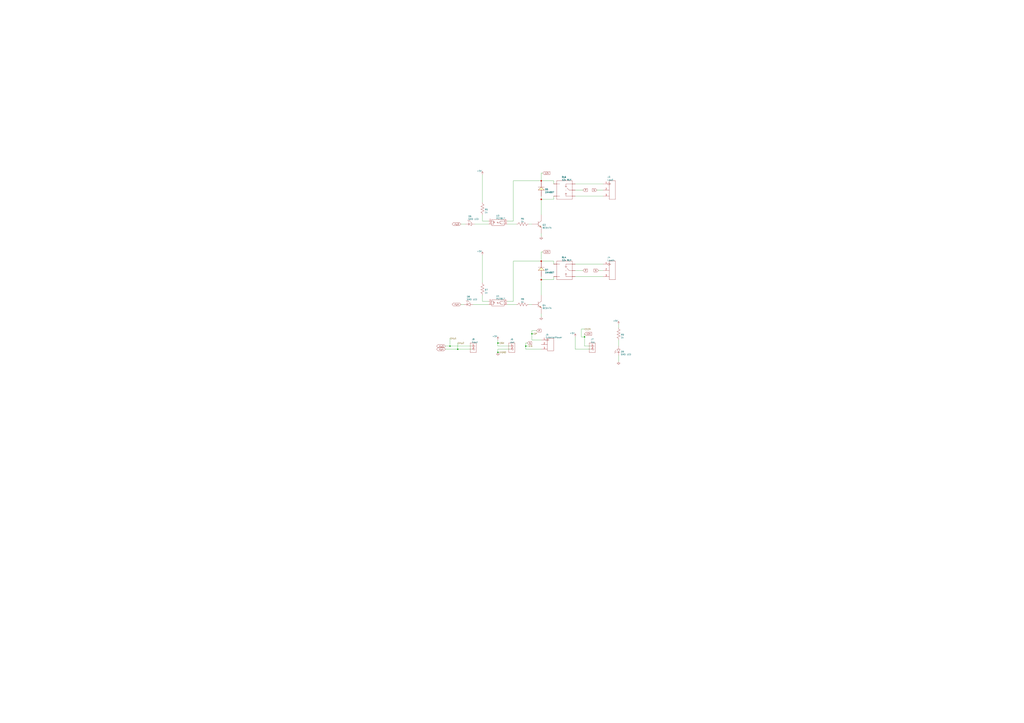
<source format=kicad_sch>
(kicad_sch (version 20211123) (generator eeschema)
  (paper "A1")
  (lib_symbols
    (symbol "D_76E59184_2" (pin_numbers hide) (pin_names (offset 2) hide)
      (property "Reference" "D8" (at -0.242 6.35 0))
      (property "Value" "D_76E59184_2" (at -0.242 4.064 0))
      (symbol "D_76E59184_2_0_1"
        (polyline (pts (xy 0 -1.27) (xy 0 0)))
        (polyline (pts (xy 0 0) (xy 0 1.27)))
        (polyline (pts (xy 0 0) (xy 2.54 1.27)))
        (polyline (pts (xy 0.508 1.778) (xy -0.762 3.302)))
        (polyline (pts (xy 1.778 2.032) (xy 0.254 3.302)))
        (polyline (pts (xy 2.54 -1.27) (xy 0 0)))
        (polyline (pts (xy 2.54 -1.27) (xy 2.54 1.27)))
      )
      (symbol "D_76E59184_2_1_1"
        (pin passive line (at 5.08 0 180) (length 2.54) (name "ANODE") (number "1"))
        (pin passive line (at -2.54 0 0) (length 2.54) (name "CATHODE") (number "2"))
      )
    )
    (symbol "D_76E59184_3" (pin_numbers hide) (pin_names (offset 2) hide)
      (property "Reference" "D6" (at -0.242 6.35 0))
      (property "Value" "D_76E59184_3" (at -0.242 4.064 0))
      (symbol "D_76E59184_3_0_1"
        (polyline (pts (xy 0 -1.27) (xy 0 0)))
        (polyline (pts (xy 0 0) (xy 0 1.27)))
        (polyline (pts (xy 0 0) (xy 2.54 1.27)))
        (polyline (pts (xy 0.508 1.778) (xy -0.762 3.302)))
        (polyline (pts (xy 1.778 2.032) (xy 0.254 3.302)))
        (polyline (pts (xy 2.54 -1.27) (xy 0 0)))
        (polyline (pts (xy 2.54 -1.27) (xy 2.54 1.27)))
      )
      (symbol "D_76E59184_3_1_1"
        (pin passive line (at 5.08 0 180) (length 2.54) (name "ANODE") (number "1"))
        (pin passive line (at -2.54 0 0) (length 2.54) (name "CATHODE") (number "2"))
      )
    )
    (symbol "relay_module:D_75B997E" (pin_numbers hide) (pin_names (offset 2) hide)
      (property "Reference" "D" (at 0 0 0))
      (symbol "D_75B997E_0_1"
        (polyline (pts (xy -2.54 2.54) (xy 2.54 2.54)))
        (polyline (pts (xy 2.54 0) (xy 0 2.54) (xy -2.54 0) (xy 2.54 0)) (fill (type background)))
      )
      (symbol "D_75B997E_1_1"
        (pin passive line (at 0 -5.08 90) (length 5.08) (name "A") (number "1"))
        (pin passive line (at 0 7.62 270) (length 5.08) (name "K") (number "2"))
      )
    )
    (symbol "relay_module:D_D3778CEB" (pin_numbers hide) (pin_names (offset 2) hide)
      (property "Reference" "D9" (at 1.778 0.508 0))
      (property "Value" "SMD LED" (at 1.778 -1.778 0))
      (symbol "D_D3778CEB_0_1"
        (polyline (pts (xy -2.032 1.778) (xy -3.302 0.254)))
        (polyline (pts (xy -1.778 0.508) (xy -3.302 -0.762)))
        (polyline (pts (xy 0 0) (xy -1.27 0)))
        (polyline (pts (xy 0 0) (xy -1.27 2.54)))
        (polyline (pts (xy 1.27 0) (xy 0 0)))
        (polyline (pts (xy 1.27 2.54) (xy -1.27 2.54)))
        (polyline (pts (xy 1.27 2.54) (xy 0 0)))
      )
      (symbol "D_D3778CEB_1_1"
        (pin passive line (at 0 5.08 270) (length 2.54) (name "ANODE") (number "1"))
        (pin passive line (at 0 -2.54 90) (length 2.54) (name "CATHODE") (number "2"))
      )
    )
    (symbol "relay_module:J_2AC2988" (pin_names (offset 2) hide)
      (property "Reference" "J" (at 0 0 0))
      (symbol "J_2AC2988_0_1"
        (polyline (pts (xy -2.54 -3.81) (xy -2.54 6.35)))
        (polyline (pts (xy -2.54 6.35) (xy 2.54 6.35)))
        (polyline (pts (xy 2.54 -3.81) (xy -2.54 -3.81)))
        (polyline (pts (xy 2.54 6.35) (xy 2.54 -3.81)))
      )
      (symbol "J_2AC2988_1_1"
        (pin passive inverted_clock (at -7.62 5.08 0) (length 5.08) (name "P$1") (number "1"))
        (pin passive line (at -7.62 1.27 0) (length 5.08) (name "P$2") (number "2"))
        (pin passive line (at -7.62 -2.54 0) (length 5.08) (name "P$3") (number "3"))
      )
    )
    (symbol "relay_module:J_A2A38F8B" (pin_names (offset 2) hide)
      (property "Reference" "J" (at 0 0 0))
      (symbol "J_A2A38F8B_0_1"
        (polyline (pts (xy -1.27 -5.08) (xy -1.27 2.54)))
        (polyline (pts (xy -1.27 2.54) (xy 3.81 2.54)))
        (polyline (pts (xy 3.81 -5.08) (xy -1.27 -5.08)))
        (polyline (pts (xy 3.81 2.54) (xy 3.81 -5.08)))
      )
      (symbol "J_A2A38F8B_1_1"
        (pin passive inverted (at 0 0 0) (length 2.54) (name "1") (number "1"))
        (pin passive inverted (at 0 -2.54 0) (length 2.54) (name "2") (number "2"))
      )
    )
    (symbol "relay_module:J_D9C252F0" (pin_names (offset 2) hide)
      (property "Reference" "J" (at 0 0 0))
      (symbol "J_D9C252F0_0_1"
        (polyline (pts (xy -2.54 -7.62) (xy -2.54 7.62)))
        (polyline (pts (xy -2.54 7.62) (xy 2.54 7.62)))
        (polyline (pts (xy 2.54 -7.62) (xy 0 -7.62) (xy -2.54 -7.62)))
        (polyline (pts (xy 2.54 7.62) (xy 2.54 0) (xy 2.54 -7.62)))
      )
      (symbol "J_D9C252F0_1_1"
        (pin passive inverted_clock (at -7.62 5.08 0) (length 5.08) (name "P$1") (number "1"))
        (pin passive line (at -7.62 0 0) (length 5.08) (name "P$2") (number "2"))
        (pin passive line (at -7.62 -5.08 0) (length 5.08) (name "P$3") (number "3"))
      )
    )
    (symbol "relay_module:Powerflag_$GND1" (power) (pin_names (offset 0)) (in_bom no)
      (property "Value" "relay_module:Powerflag_$GND1" (at 0 0 0))
      (symbol "Powerflag_$GND1_0_1"
        (polyline (pts (xy 0 0) (xy 0 -1.27) (xy 1.27 -1.27) (xy 0 -2.54) (xy -1.27 -1.27) (xy 0 -1.27)))
      )
      (symbol "Powerflag_$GND1_1_1"
        (pin power_in line (at 0 0 0) (length 0) hide (name "GND") (number "1"))
      )
    )
    (symbol "relay_module:Powerflag_$Vplus" (power) (pin_names (offset 0)) (in_bom no)
      (property "Value" "relay_module:Powerflag_$Vplus" (at 0 0 0))
      (symbol "Powerflag_$Vplus_0_1"
        (polyline (pts (xy -0.762 1.27) (xy 0 2.54)))
        (polyline (pts (xy 0 0) (xy 0 2.54)))
        (polyline (pts (xy 0 2.54) (xy 0.762 1.27)))
      )
      (symbol "Powerflag_$Vplus_1_1"
        (pin power_in line (at 0 0 0) (length 0) hide (name "+5V") (number "1"))
      )
    )
    (symbol "relay_module:Q_3D852B8D" (pin_numbers hide) (pin_names (offset 2) hide)
      (property "Reference" "Q" (at 0 0 0))
      (symbol "Q_3D852B8D_0_1"
        (polyline (pts (xy 0 -0.762) (xy 2.54 -2.54)))
        (polyline (pts (xy 0 2.286) (xy 0 -2.286)))
        (polyline (pts (xy 2.54 2.54) (xy 0 0.762)))
        (polyline (pts (xy 2.54 -2.54) (xy 1.778 -1.27) (xy 1.016 -2.286) (xy 2.54 -2.54)) (fill (type background)))
      )
      (symbol "Q_3D852B8D_1_1"
        (pin passive line (at 2.54 7.62 270) (length 5.08) (name "C") (number "1"))
        (pin passive line (at -5.08 0 0) (length 5.08) (name "B") (number "2"))
        (pin passive line (at 2.54 -7.62 90) (length 5.08) (name "E") (number "3"))
      )
    )
    (symbol "relay_module:RL_D5267E3D" (pin_numbers hide) (pin_names (offset 2) hide)
      (property "Reference" "RL" (at 0 0 0))
      (symbol "RL_D5267E3D_0_1"
        (arc (start 0 0) (mid 0 0) (end 0 0))
        (arc (start 0 0) (mid 0 0) (end 0 0))
        (arc (start 0 0) (mid 0 0) (end 0 0))
        (arc (start 0 0) (mid 0 0) (end 0 0))
        (arc (start 0 0) (mid 0 0) (end 0 0))
        (arc (start 0 0) (mid 0 0) (end 0 0))
        (arc (start 0 0) (mid 0 0) (end 0 0))
        (polyline (pts (xy -7.62 -7.62) (xy -7.62 -5.08)))
        (polyline (pts (xy -7.62 -5.08) (xy -7.62 5.08)))
        (polyline (pts (xy -7.62 -5.08) (xy -5.08 -5.08)))
        (polyline (pts (xy -7.62 5.08) (xy -7.62 7.62)))
        (polyline (pts (xy -7.62 5.08) (xy -5.08 5.08)))
        (polyline (pts (xy -7.62 7.62) (xy 5.08 7.62)))
        (polyline (pts (xy 0 -5.08) (xy 0 -2.54)))
        (polyline (pts (xy 0 -2.54) (xy -0.762 -3.302)))
        (polyline (pts (xy 0 -2.54) (xy 0.762 -3.302)))
        (polyline (pts (xy 0 2.54) (xy -0.762 3.302)))
        (polyline (pts (xy 0 2.54) (xy 0.762 3.302)))
        (polyline (pts (xy 0 5.08) (xy 0 2.54)))
        (polyline (pts (xy 2.54 0) (xy 0.762 1.778)))
        (polyline (pts (xy 5.08 -7.62) (xy -7.62 -7.62)))
        (polyline (pts (xy 5.08 -5.08) (xy 0 -5.08)))
        (polyline (pts (xy 5.08 -5.08) (xy 5.08 -7.62)))
        (polyline (pts (xy 5.08 0) (xy 2.54 0)))
        (polyline (pts (xy 5.08 0) (xy 5.08 -5.08)))
        (polyline (pts (xy 5.08 5.08) (xy 0 5.08)))
        (polyline (pts (xy 5.08 5.08) (xy 5.08 0)))
        (polyline (pts (xy 5.08 7.62) (xy 5.08 5.08)))
      )
      (symbol "RL_D5267E3D_1_1"
        (pin passive line (at 7.62 0 180) (length 2.54) (name "MAIN") (number "1"))
        (pin passive line (at -10.16 5.08 0) (length 2.54) (name "COIL2") (number "2"))
        (pin passive line (at 7.62 -5.08 180) (length 2.54) (name "NO") (number "3"))
        (pin passive line (at 7.62 5.08 180) (length 2.54) (name "NC") (number "4"))
        (pin passive line (at -10.16 -5.08 0) (length 2.54) (name "COIL1") (number "5"))
      )
    )
    (symbol "relay_module:R_849B0671" (pin_numbers hide) (pin_names (offset 2) hide)
      (property "Reference" "R" (at 0 0 0))
      (symbol "R_849B0671_0_1"
        (polyline (pts (xy -3.81 0) (xy -3.048 1.27)))
        (polyline (pts (xy -3.048 1.27) (xy -1.778 -1.27)))
        (polyline (pts (xy -1.778 -1.27) (xy -0.508 1.27)))
        (polyline (pts (xy -0.508 1.27) (xy 0.508 -1.27)))
        (polyline (pts (xy 0.508 -1.27) (xy 1.778 1.27)))
        (polyline (pts (xy 1.778 1.27) (xy 3.048 -1.27)))
        (polyline (pts (xy 3.048 -1.27) (xy 3.81 0)))
      )
      (symbol "R_849B0671_1_1"
        (pin passive line (at 5.08 0 180) (length 1.27) (name "1") (number "1"))
        (pin passive line (at -5.08 0 0) (length 1.27) (name "2") (number "2"))
      )
    )
    (symbol "relay_module:R_FDB70EB8" (pin_numbers hide) (pin_names (offset 2) hide)
      (property "Reference" "R" (at 0 0 0))
      (symbol "R_FDB70EB8_0_1"
        (polyline (pts (xy -1.27 -3.048) (xy 0 -3.81)))
        (polyline (pts (xy -1.27 -0.508) (xy 1.27 -1.778)))
        (polyline (pts (xy -1.27 1.778) (xy 1.27 0.508)))
        (polyline (pts (xy 0 3.81) (xy 1.27 3.048)))
        (polyline (pts (xy 1.27 -1.778) (xy -1.27 -3.048)))
        (polyline (pts (xy 1.27 0.508) (xy -1.27 -0.508)))
        (polyline (pts (xy 1.27 3.048) (xy -1.27 1.778)))
      )
      (symbol "R_FDB70EB8_1_1"
        (pin passive line (at 0 -5.08 90) (length 1.27) (name "1") (number "1"))
        (pin passive line (at 0 5.08 270) (length 1.27) (name "2") (number "2"))
      )
    )
    (symbol "relay_module:U_5AC68605" (pin_names (offset 2) hide)
      (property "Reference" "U" (at 0 0 0))
      (symbol "U_5AC68605_0_1"
        (rectangle (start -5.08 3.81) (end 5.08 -1.27))
        (polyline (pts (xy -3.81 1.27) (xy -2.794 1.27) (xy -2.794 1.27)))
        (polyline (pts (xy -0.762 1.778) (xy 0.254 1.27) (xy 0.254 1.27)))
        (polyline (pts (xy 0.254 0.762) (xy 0 0.762) (xy 0 0.762)))
        (polyline (pts (xy 0.254 1.27) (xy 0 1.27) (xy 0 1.27)))
        (polyline (pts (xy 0.254 1.27) (xy 0.254 1.524) (xy 0.254 1.524)))
        (polyline (pts (xy 1.524 2.032) (xy 1.524 0.508) (xy 1.524 0.508)))
        (polyline (pts (xy 2.286 0.254) (xy 2.032 0.254) (xy 2.032 0.254)))
        (polyline (pts (xy 2.286 0.254) (xy 2.286 0.508) (xy 2.286 0.508)))
        (polyline (pts (xy -3.302 1.27) (xy -3.302 0) (xy -4.572 0) (xy -4.572 0)))
        (polyline (pts (xy -3.302 1.778) (xy -3.302 2.54) (xy -4.572 2.54) (xy -4.572 2.54)))
        (polyline (pts (xy -0.762 1.27) (xy 0.254 0.762) (xy 0.254 1.016) (xy 0.254 1.016)))
        (polyline (pts (xy 1.524 1.016) (xy 2.54 0) (xy 4.318 0) (xy 4.318 0)))
        (polyline (pts (xy 1.524 1.524) (xy 2.286 2.54) (xy 4.318 2.54) (xy 4.318 2.54)))
        (polyline (pts (xy -3.302 1.27) (xy -3.556 1.778) (xy -2.794 1.778) (xy -3.302 1.27) (xy -3.302 1.27)))
      )
      (symbol "U_5AC68605_1_1"
        (pin passive line (at -7.62 2.54 0) (length 2.54) (name "1") (number "1"))
        (pin passive line (at -7.62 0 0) (length 2.54) (name "2") (number "2"))
        (pin passive line (at 7.62 0 180) (length 2.54) (name "3") (number "3"))
        (pin passive line (at 7.62 2.54 180) (length 2.54) (name "4") (number "4"))
      )
    )
  )
  (junction (at 444.5 163.83) (diameter 1.016) (color 204 0 0 1))
  (junction (at 408.94 281.94))
  (junction (at 408.94 289.56))
  (junction (at 436.88 274.32))
  (junction (at 444.5 229.87) (diameter 1.016) (color 204 0 0 1))
  (junction (at 480.06 276.86))
  (junction (at 444.5 148.59) (diameter 1.016) (color 204 0 0 1))
  (junction (at 369.57 284.48))
  (junction (at 444.5 214.63) (diameter 1.016) (color 204 0 0 1))
  (junction (at 375.92 287.02))
  (junction (at 431.8 284.48))
  (wire (pts (xy 444.5 257.81) (xy 444.5 260.35)) (stroke (width 0) (color 0 136 0 1)))
  (wire (pts (xy 396.24 247.65) (xy 401.32 247.65)) (stroke (width 0) (color 0 136 0 1)))
  (wire (pts (xy 436.88 250.19) (xy 434.34 250.19)) (stroke (width 0) (color 0 136 0 1)))
  (wire (pts (xy 474.98 156.21) (xy 478.79 156.21)))
  (wire (pts (xy 365.76 284.48) (xy 369.57 284.48)))
  (wire (pts (xy 477.52 270.51) (xy 477.52 276.86)))
  (wire (pts (xy 444.5 143.51) (xy 444.5 148.59)) (stroke (width 0) (color 0 136 0 1)))
  (wire (pts (xy 454.66 227.33) (xy 454.66 229.87)) (stroke (width 0) (color 0 136 0 1)))
  (wire (pts (xy 421.64 214.63) (xy 444.5 214.63)) (stroke (width 0) (color 0 136 0 1)))
  (wire (pts (xy 431.8 287.02) (xy 444.5 287.02)) (stroke (width 0) (color 0 136 0 1)))
  (wire (pts (xy 444.5 163.83) (xy 444.5 176.53)) (stroke (width 0) (color 0 136 0 1)))
  (wire (pts (xy 408.94 281.94) (xy 410.21 281.94)))
  (wire (pts (xy 474.98 156.21) (xy 472.44 156.21)) (stroke (width 0) (color 0 136 0 1)))
  (wire (pts (xy 419.1 284.48) (xy 408.94 284.48)) (stroke (width 0) (color 0 136 0 1)))
  (wire (pts (xy 431.8 284.48) (xy 431.8 287.02)) (stroke (width 0) (color 0 136 0 1)))
  (wire (pts (xy 444.5 148.59) (xy 454.66 148.59)) (stroke (width 0) (color 0 136 0 1)))
  (wire (pts (xy 445.77 207.01) (xy 444.5 207.01)))
  (wire (pts (xy 472.44 227.33) (xy 495.3 227.33)) (stroke (width 0) (color 0 136 0 1)))
  (wire (pts (xy 396.24 143.51) (xy 396.24 166.37)) (stroke (width 0) (color 0 136 0 1)))
  (wire (pts (xy 474.98 222.25) (xy 472.44 222.25)) (stroke (width 0) (color 0 136 0 1)))
  (wire (pts (xy 369.57 284.48) (xy 387.35 284.48)))
  (wire (pts (xy 454.66 214.63) (xy 454.66 217.17)) (stroke (width 0) (color 0 136 0 1)))
  (wire (pts (xy 444.5 191.77) (xy 444.5 194.31)) (stroke (width 0) (color 0 136 0 1)))
  (wire (pts (xy 454.66 163.83) (xy 444.5 163.83)) (stroke (width 0) (color 0 136 0 1)))
  (wire (pts (xy 431.8 281.94) (xy 431.8 284.48)) (stroke (width 0) (color 0 136 0 1)))
  (wire (pts (xy 431.8 284.48) (xy 434.34 284.48)))
  (wire (pts (xy 431.8 281.94) (xy 433.07 281.94)))
  (wire (pts (xy 490.22 156.21) (xy 492.76 156.21)))
  (wire (pts (xy 445.77 142.24) (xy 444.5 142.24)))
  (wire (pts (xy 444.5 161.29) (xy 444.5 163.83)) (stroke (width 0) (color 0 136 0 1)))
  (wire (pts (xy 421.64 181.61) (xy 421.64 148.59)) (stroke (width 0) (color 0 136 0 1)))
  (wire (pts (xy 472.44 161.29) (xy 495.3 161.29)) (stroke (width 0) (color 0 136 0 1)))
  (wire (pts (xy 508 292.1) (xy 508 297.18)) (stroke (width 0) (color 0 136 0 1)))
  (wire (pts (xy 477.52 276.86) (xy 480.06 276.86)))
  (wire (pts (xy 436.88 274.32) (xy 438.15 274.32)))
  (wire (pts (xy 454.66 148.59) (xy 454.66 151.13)) (stroke (width 0) (color 0 136 0 1)))
  (wire (pts (xy 396.24 176.53) (xy 396.24 181.61)) (stroke (width 0) (color 0 136 0 1)))
  (wire (pts (xy 365.76 287.02) (xy 375.92 287.02)))
  (wire (pts (xy 444.5 209.55) (xy 444.5 214.63)) (stroke (width 0) (color 0 136 0 1)))
  (wire (pts (xy 408.94 281.94) (xy 408.94 279.4)) (stroke (width 0) (color 0 136 0 1)))
  (wire (pts (xy 436.88 271.78) (xy 440.69 271.78)))
  (wire (pts (xy 454.66 161.29) (xy 454.66 163.83)) (stroke (width 0) (color 0 136 0 1)))
  (wire (pts (xy 396.24 181.61) (xy 401.32 181.61)) (stroke (width 0) (color 0 136 0 1)))
  (wire (pts (xy 508 279.4) (xy 508 284.48)) (stroke (width 0) (color 0 136 0 1)))
  (wire (pts (xy 474.98 222.25) (xy 478.79 222.25)))
  (wire (pts (xy 444.5 214.63) (xy 454.66 214.63)) (stroke (width 0) (color 0 136 0 1)))
  (wire (pts (xy 492.76 222.25) (xy 495.3 222.25)) (stroke (width 0) (color 0 136 0 1)))
  (wire (pts (xy 444.5 229.87) (xy 444.5 242.57)) (stroke (width 0) (color 0 136 0 1)))
  (wire (pts (xy 492.76 156.21) (xy 495.3 156.21)) (stroke (width 0) (color 0 136 0 1)))
  (wire (pts (xy 444.5 142.24) (xy 444.5 143.51)))
  (wire (pts (xy 454.66 229.87) (xy 444.5 229.87)) (stroke (width 0) (color 0 136 0 1)))
  (wire (pts (xy 472.44 217.17) (xy 495.3 217.17)) (stroke (width 0) (color 0 136 0 1)))
  (wire (pts (xy 472.44 276.86) (xy 472.44 287.02)) (stroke (width 0) (color 0 136 0 1)))
  (wire (pts (xy 408.94 287.02) (xy 408.94 289.56)) (stroke (width 0) (color 0 136 0 1)))
  (wire (pts (xy 444.5 207.01) (xy 444.5 209.55)))
  (wire (pts (xy 472.44 287.02) (xy 485.14 287.02)) (stroke (width 0) (color 0 136 0 1)))
  (wire (pts (xy 480.06 284.48) (xy 485.14 284.48)) (stroke (width 0) (color 0 136 0 1)))
  (wire (pts (xy 480.06 274.32) (xy 480.06 276.86)))
  (wire (pts (xy 375.92 287.02) (xy 387.35 287.02)))
  (wire (pts (xy 436.88 274.32) (xy 436.88 279.4)) (stroke (width 0) (color 0 136 0 1)))
  (wire (pts (xy 381 250.19) (xy 378.46 250.19)) (stroke (width 0) (color 0 136 0 1)))
  (wire (pts (xy 508 266.7) (xy 508 269.24)) (stroke (width 0) (color 0 136 0 1)))
  (wire (pts (xy 421.64 247.65) (xy 421.64 214.63)) (stroke (width 0) (color 0 136 0 1)))
  (wire (pts (xy 408.94 287.02) (xy 419.1 287.02)) (stroke (width 0) (color 0 136 0 1)))
  (wire (pts (xy 491.49 222.25) (xy 492.76 222.25)))
  (wire (pts (xy 444.5 227.33) (xy 444.5 229.87)) (stroke (width 0) (color 0 136 0 1)))
  (wire (pts (xy 389.89 184.15) (xy 401.32 184.15)) (stroke (width 0) (color 0 136 0 1)))
  (wire (pts (xy 408.94 284.48) (xy 408.94 281.94)) (stroke (width 0) (color 0 136 0 1)))
  (wire (pts (xy 436.88 279.4) (xy 444.5 279.4)))
  (wire (pts (xy 416.56 250.19) (xy 424.18 250.19)) (stroke (width 0) (color 0 136 0 1)))
  (wire (pts (xy 416.56 184.15) (xy 424.18 184.15)) (stroke (width 0) (color 0 136 0 1)))
  (wire (pts (xy 416.56 247.65) (xy 421.64 247.65)) (stroke (width 0) (color 0 136 0 1)))
  (wire (pts (xy 421.64 148.59) (xy 444.5 148.59)) (stroke (width 0) (color 0 136 0 1)))
  (wire (pts (xy 375.92 281.94) (xy 375.92 287.02)))
  (wire (pts (xy 388.62 250.19) (xy 401.32 250.19)) (stroke (width 0) (color 0 136 0 1)))
  (wire (pts (xy 436.88 184.15) (xy 434.34 184.15)) (stroke (width 0) (color 0 136 0 1)))
  (wire (pts (xy 408.94 289.56) (xy 410.21 289.56)))
  (wire (pts (xy 396.24 209.55) (xy 396.24 232.41)) (stroke (width 0) (color 0 136 0 1)))
  (wire (pts (xy 416.56 181.61) (xy 421.64 181.61)) (stroke (width 0) (color 0 136 0 1)))
  (wire (pts (xy 480.06 276.86) (xy 480.06 284.48)) (stroke (width 0) (color 0 136 0 1)))
  (wire (pts (xy 472.44 151.13) (xy 495.3 151.13)) (stroke (width 0) (color 0 136 0 1)))
  (wire (pts (xy 480.06 270.51) (xy 477.52 270.51)))
  (wire (pts (xy 382.27 184.15) (xy 378.46 184.15)) (stroke (width 0) (color 0 136 0 1)))
  (wire (pts (xy 436.88 271.78) (xy 436.88 274.32)) (stroke (width 0) (color 0 136 0 1)))
  (wire (pts (xy 396.24 242.57) (xy 396.24 247.65)) (stroke (width 0) (color 0 136 0 1)))
  (wire (pts (xy 369.57 278.13) (xy 369.57 284.48)))
  (text "#24: Info: symbol for R5 (rotation:90) exits as R_FDB70EB8" (at -200 116 0) (effects (font (size 2 2)) (justify left bottom)))
  (text "#3: Info: symbol for J5 (rotation:0) is new as J_2AC2988" (at -200 32 0) (effects (font (size 2 2)) (justify left bottom)))
  (text "#33: Info: symbol for U4 (rotation:0) exits as U_5AC68605" (at -200 152 0) (effects (font (size 2 2)) (justify left bottom)))
  (text "#39: Info: symbol for R9 (rotation:90) exits as R_FDB70EB8" (at -200 176 0) (effects (font (size 2 2)) (justify left bottom)))
  (text "#21: Info: symbol for RL6 (rotation:0) exits as RL_D5267E3D" (at -200 104 0) (effects (font (size 2 2)) (justify left bottom)))
  (text "#19: Info: symbol for R4 (rotation:180) exits as R_849B0671" (at -200 96 0) (effects (font (size 2 2)) (justify left bottom)))
  (text "#17: Info: symbol for U2 (rotation:0) exits as U_5AC68605" (at -200 88 0) (effects (font (size 2 2)) (justify left bottom)))
  (text "#30: Info: symbol for Q4 (rotation:0) exits as Q_3D852B8D" (at -200 140 0) (effects (font (size 2 2)) (justify left bottom)))
  (text "#12: Info: symbol for J1 (rotation:0) is new as J_D9C252F0" (at -200 68 0) (effects (font (size 2 2)) (justify left bottom)))
  (text "#14: Info: symbol for Q2 (rotation:0) exits as Q_3D852B8D" (at -200 76 0) (effects (font (size 2 2)) (justify left bottom)))
  (text "#4: Info: symbol for J7 (rotation:0) is new as J_A2A38F8B" (at -200 36 0) (effects (font (size 2 2)) (justify left bottom)))
  (text "#6: Info: symbol for Q1 (rotation:0) is new as Q_3D852B8D" (at -200 44 0) (effects (font (size 2 2)) (justify left bottom)))
  (text "#32: Info: symbol for R7 (rotation:90) exits as R_FDB70EB8" (at -200 148 0) (effects (font (size 2 2)) (justify left bottom)))
  (text "#9: Info: symbol for U1 (rotation:0) is new as U_5AC68605" (at -200 56 0) (effects (font (size 2 2)) (justify left bottom)))
  (text "#16: Info: symbol for R3 (rotation:90) exits as R_FDB70EB8" (at -200 84 0) (effects (font (size 2 2)) (justify left bottom)))
  (text "#15: Info: symbol for D3 (rotation:90) exits as D_75B997E" (at -200 80 0) (effects (font (size 2 2)) (justify left bottom)))
  (text "#10: Info: symbol for D2 (rotation:270) is new as D_76E59184" (at -200 60 0) (effects (font (size 2 2)) (justify left bottom)))
  (text "#8: Info: symbol for R1 (rotation:90) is new as R_FDB70EB8" (at -200 52 0) (effects (font (size 2 2)) (justify left bottom)))
  (text "#36: Info: symbol for J4 (rotation:0) exits as J_D9C252F0" (at -200 164 0) (effects (font (size 2 2)) (justify left bottom)))
  (text "#29: Info: symbol for RL4 (rotation:0) exits as RL_D5267E3D" (at -200 136 0) (effects (font (size 2 2)) (justify left bottom)))
  (text "#27: Info: symbol for R6 (rotation:180) exits as R_849B0671" (at -200 128 0) (effects (font (size 2 2)) (justify left bottom)))
  (text "#22: Info: symbol for Q3 (rotation:0) exits as Q_3D852B8D" (at -200 108 0) (effects (font (size 2 2)) (justify left bottom)))
  (text "#7: Info: symbol for D1 (rotation:90) is new as D_75B997E" (at -200 48 0) (effects (font (size 2 2)) (justify left bottom)))
  (text "#1: Info: below are the conversion remarks. The conversion may contain errors.\nPlease read the remarks carefully and run the ERC check to solve issues.\nTo find a component mentioned in the remarks go to:\nKicad menu Edit > Find and enter the EDA_id (gge....); search for hidden fields.\nOnly the id of the symbol can be found; the id of the shape is in the input json." (at -200 24 0) (effects (font (size 2 2)) (justify left bottom)))
  (text "#23: Info: symbol for D5 (rotation:90) exits as D_75B997E" (at -200 112 0) (effects (font (size 2 2)) (justify left bottom)))
  (text "#34: Info: symbol for D8 (rotation:270) exits as D_76E59184" (at -200 156 0) (effects (font (size 2 2)) (justify left bottom)))
  (text "#25: Info: symbol for U3 (rotation:0) exits as U_5AC68605" (at -200 120 0) (effects (font (size 2 2)) (justify left bottom)))
  (text "#20: Info: symbol for J2 (rotation:0) exits as J_D9C252F0" (at -200 100 0) (effects (font (size 2 2)) (justify left bottom)))
  (text "#38: Info: symbol for D9 (rotation:0) is new as D_D3778CEB" (at -200 172 0) (effects (font (size 2 2)) (justify left bottom)))
  (text "#13: Info: symbol for RL2 (rotation:0) exits as RL_D5267E3D" (at -200 72 0) (effects (font (size 2 2)) (justify left bottom)))
  (text "#37: Info: symbol for J6 (rotation:0) exits as J_A2A38F8B" (at -200 168 0) (effects (font (size 2 2)) (justify left bottom)))
  (text "#18: Info: symbol for D4 (rotation:270) exits as D_76E59184" (at -200 92 0) (effects (font (size 2 2)) (justify left bottom)))
  (text "#31: Info: symbol for D7 (rotation:90) exits as D_75B997E" (at -200 144 0) (effects (font (size 2 2)) (justify left bottom)))
  (text "#26: Info: symbol for D6 (rotation:270) exits as D_76E59184" (at -200 124 0) (effects (font (size 2 2)) (justify left bottom)))
  (text "#2: Info: symbol for J8 (rotation:0) is new as J_9C4C274" (at -200 28 0) (effects (font (size 2 2)) (justify left bottom)))
  (text "#35: Info: symbol for R8 (rotation:180) exits as R_849B0671" (at -200 160 0) (effects (font (size 2 2)) (justify left bottom)))
  (text "#28: Info: symbol for J3 (rotation:0) exits as J_D9C252F0" (at -200 132 0) (effects (font (size 2 2)) (justify left bottom)))
  (text "#11: Info: symbol for R2 (rotation:180) is new as R_849B0671" (at -200 64 0) (effects (font (size 2 2)) (justify left bottom)))
  (text "#5: Info: symbol for RL1 (rotation:0) is new as RL_D5267E3D" (at -200 40 0) (effects (font (size 2 2)) (justify left bottom)))
  (global_label "P" (shape input) (at 478.79 156.21 0) (property "Intersheet References" "${INTERSHEET_REFS}" (effects hide)))
  (global_label "rly4" (shape bidirectional) (at 365.76 287.02 180) (property "Intersheet References" "${INTERSHEET_REFS}" (effects hide)))
  (global_label "N" (shape input) (at 433.07 281.94 0) (property "Intersheet References" "${INTERSHEET_REFS}" (effects hide)))
  (global_label "rly4" (shape bidirectional) (at 378.46 250.19 180) (property "Intersheet References" "${INTERSHEET_REFS}" (effects hide)))
  (global_label "P" (shape input) (at 478.79 222.25 0) (property "Intersheet References" "${INTERSHEET_REFS}" (effects hide)))
  (global_label "12V" (shape input) (at 480.06 274.32 0) (property "Intersheet References" "${INTERSHEET_REFS}" (effects hide)))
  (global_label "P" (shape input) (at 440.69 271.78 0) (property "Intersheet References" "${INTERSHEET_REFS}" (effects hide)))
  (global_label "12V" (shape input) (at 445.77 207.01 0) (property "Intersheet References" "${INTERSHEET_REFS}" (effects hide)))
  (global_label "N" (shape input) (at 491.49 222.25 180) (property "Intersheet References" "${INTERSHEET_REFS}" (effects hide)))
  (global_label "rly3" (shape bidirectional) (at 378.46 184.15 180) (property "Intersheet References" "${INTERSHEET_REFS}" (effects hide)))
  (global_label "12V" (shape input) (at 445.77 142.24 0) (property "Intersheet References" "${INTERSHEET_REFS}" (effects hide)))
  (global_label "rly3" (shape bidirectional) (at 365.76 284.48 180) (property "Intersheet References" "${INTERSHEET_REFS}" (effects hide)))
  (global_label "N" (shape input) (at 490.22 156.21 180) (property "Intersheet References" "${INTERSHEET_REFS}" (effects hide)))
  (hierarchical_label "P" (shape input) (at 438.15 274.32 0))
  (hierarchical_label "rly2" (shape input) (at 375.92 281.94 0))
  (hierarchical_label "GND" (shape bidirectional) (at 410.21 289.56 0))
  (hierarchical_label "12V" (shape input) (at 480.06 270.51 0))
  (hierarchical_label "rly1" (shape input) (at 369.57 278.13 0))
  (hierarchical_label "5V" (shape input) (at 410.21 281.94 0))
  (hierarchical_label "N" (shape bidirectional) (at 434.34 284.48 0))
  (symbol (lib_id "relay_module:R_FDB70EB8") (at 396.24 237.49 0) (unit 1)
    (property "Reference" "R7" (at 398.02 238.316 0) (effects (justify left)))
    (property "Value" "1k" (at 398.018 240.602 0) (effects (justify left)))
    (property "Footprint" "EasyEDA:R1206xx96xvaluexx96x1k" (effects hide))
    (property "EDA_id" "ggeba2c6d155e7fd301" (effects hide))
  )
  (symbol (lib_id "relay_module:J_D9C252F0") (at 502.92 222.25 0) (unit 1)
    (property "Reference" "J4" (at 498.876 211.582 0) (effects (justify left)))
    (property "Value" "Load4" (at 498.876 213.868 0) (effects (justify left)))
    (property "Footprint" "EasyEDA:H3-5.0-15.5X8.0MMxx96xvaluexx96xAC In" (effects hide))
    (property "EDA_id" "gge7aadee231938cadd" (effects hide))
  )
  (symbol (lib_id "relay_module:Powerflag_$GND1") (at 444.5 194.31 0) (unit 1) (in_bom no)
    (property "Reference" "#PWR022" (effects hide))
    (property "Value" "GND" (effects hide))
  )
  (symbol (lib_id "relay_module:J_D9C252F0") (at 502.92 156.21 0) (unit 1)
    (property "Reference" "J3" (at 498.876 145.542 0) (effects (justify left)))
    (property "Value" "Loa3" (at 498.876 147.828 0) (effects (justify left)))
    (property "Footprint" "EasyEDA:H3-5.0-15.5X8.0MMxx96xvaluexx96xAC In" (effects hide))
    (property "EDA_id" "ggebd3ee0abdb58119f" (effects hide))
  )
  (symbol (lib_id "relay_module:R_FDB70EB8") (at 508 274.32 0) (unit 1)
    (property "Reference" "R9" (at 509.78 275.146 0) (effects (justify left)))
    (property "Value" "1k" (at 509.778 277.432 0) (effects (justify left)))
    (property "Footprint" "EasyEDA:R1206xx96xvaluexx96x1k" (effects hide))
    (property "EDA_id" "gge1e1ffada38203b9e" (effects hide))
  )
  (symbol (lib_id "relay_module:D_D3778CEB") (at 508 289.56 0) (unit 1)
    (property "Reference" "D9" (at 509.778 289.052 0) (effects (justify left)))
    (property "Value" "SMD LED" (at 509.778 291.338 0) (effects (justify left)))
    (property "Footprint" "LED_SMD:LED_1206_3216Metric" (effects hide))
    (property "EDA_id" "ggeff0c81595de38f51" (effects hide))
  )
  (symbol (lib_id "relay_module:Powerflag_$GND1") (at 508 297.18 0) (unit 1) (in_bom no)
    (property "Reference" "#PWR018" (effects hide))
    (property "Value" "GND" (effects hide))
  )
  (symbol (lib_id "relay_module:Powerflag_$GND1") (at 444.5 260.35 0) (unit 1) (in_bom no)
    (property "Reference" "#PWR024" (effects hide))
    (property "Value" "GND" (effects hide))
  )
  (symbol (lib_id "relay_module:RL_D5267E3D") (at 464.82 222.25 0) (unit 1)
    (property "Reference" "RL4" (at 461.329 211.618 0) (effects (justify left)))
    (property "Value" "12v RLY" (at 461.328 213.868 0) (effects (justify left)))
    (property "Footprint" "EasyEDA:Omron_G5LE_SPDT_Relayxx96xvaluexx96x12v" (effects hide))
    (property "EDA_id" "ggede07eef2b90fb17a" (effects hide))
  )
  (symbol (lib_id "relay_module:J_2AC2988") (at 452.12 284.48 0) (unit 1)
    (property "Reference" "J5" (at 448.076 275.082 0) (effects (justify left)))
    (property "Value" "ExternalPower" (at 448.076 277.368 0) (effects (justify left)))
    (property "Footprint" "EasyEDA:H3-5.0-15.5X8.0MMxx96xvaluexx96xAC In" (effects hide))
    (property "EDA_id" "gge188f82074eb8ca32" (effects hide))
  )
  (symbol (lib_id "relay_module:Powerflag_$Vplus") (at 408.94 279.4 0) (unit 1) (in_bom no)
    (property "Reference" "#PWR03" (effects hide))
    (property "Value" "+5V" (at 406.4 276.352 0))
  )
  (symbol (lib_id "relay_module:Powerflag_$Vplus") (at 396.24 143.51 0) (unit 1) (in_bom no)
    (property "Reference" "#PWR019" (effects hide))
    (property "Value" "+5V" (at 393.7 140.462 0))
  )
  (symbol (lib_id "relay_module:Q_3D852B8D") (at 441.96 184.15 0) (unit 1)
    (property "Reference" "Q3" (at 445.516 184.912 0) (effects (justify left)))
    (property "Value" "BC547A" (at 445.516 187.198 0) (effects (justify left)))
    (property "Footprint" "EasyEDA:TO92-INLINExx96xvaluexx96xBC547B" (effects hide))
    (property "EDA_id" "gge200f6e823ef85d95" (effects hide))
  )
  (symbol (lib_id "relay_module:RL_D5267E3D") (at 464.82 156.21 0) (unit 1)
    (property "Reference" "RL6" (at 461.329 145.578 0) (effects (justify left)))
    (property "Value" "12v RLY" (at 461.328 147.828 0) (effects (justify left)))
    (property "Footprint" "EasyEDA:Omron_G5LE_SPDT_Relayxx96xvaluexx96x12v" (effects hide))
    (property "EDA_id" "gge9bb57c393c76584d" (effects hide))
  )
  (symbol (lib_id "relay_module:R_FDB70EB8") (at 396.24 171.45 0) (unit 1)
    (property "Reference" "R5" (at 398.02 172.276 0) (effects (justify left)))
    (property "Value" "1k" (at 398.018 174.562 0) (effects (justify left)))
    (property "Footprint" "EasyEDA:R1206xx96xvaluexx96x1k" (effects hide))
    (property "EDA_id" "gge9cdd622c9eeecfe7" (effects hide))
  )
  (symbol (lib_id "relay_module:D_75B997E") (at 444.5 222.25 0) (unit 1)
    (property "Reference" "D7" (at 447.55 221.742 0) (effects (justify left)))
    (property "Value" "1N4007" (at 447.548 224.028 0) (effects (justify left)))
    (property "Footprint" "Diode_THT:D_DO-41_SOD81_P7.62mm_Horizontal" (effects hide))
    (property "EDA_id" "gge61ba849a9213f6b6" (effects hide))
  )
  (symbol (lib_id "relay_module:J_A2A38F8B") (at 387.35 284.48 0) (unit 1)
    (property "Reference" "J8" (at 387.37 278.892 0) (effects (justify left)))
    (property "Value" "input" (at 387.37 281.178 0) (effects (justify left)))
    (property "Footprint" "EasyEDA:M1X2xx96xvaluexx96xPW In" (effects hide))
    (property "EDA_id" "ggebe1703a8306ee88a" (effects hide))
  )
  (symbol (lib_name "D_76E59184_2") (lib_id "relay_module:D_76E59184") (at 383.54 250.19 0) (unit 1)
    (property "Reference" "D8" (at 383.298 243.84 0) (effects (justify left)))
    (property "Value" "SMD LED" (at 383.298 246.126 0) (effects (justify left)))
    (property "Footprint" "LED_SMD:LED_1206_3216Metric" (effects hide))
    (property "EDA_id" "gged726a396729c3148" (effects hide))
  )
  (symbol (lib_id "relay_module:Powerflag_$Vplus") (at 508 266.7 0) (unit 1) (in_bom no)
    (property "Reference" "#PWR017" (effects hide))
    (property "Value" "+5V" (at 505.46 263.652 0))
  )
  (symbol (lib_id "relay_module:R_849B0671") (at 429.26 184.15 0) (unit 1)
    (property "Reference" "R6" (at 427.748 179.832 0) (effects (justify left)))
    (property "Value" "1k" (at 427.748 182.118 0) (effects (justify left)))
    (property "Footprint" "EasyEDA:R1206xx96xvaluexx96x1k" (effects hide))
    (property "EDA_id" "ggee06ccd13940482ac" (effects hide))
  )
  (symbol (lib_id "relay_module:U_5AC68605") (at 408.94 184.15 0) (unit 1)
    (property "Reference" "U3" (at 407.426 177.292 0) (effects (justify left)))
    (property "Value" "PCF817" (at 407.424 179.578 0) (effects (justify left)))
    (property "Footprint" "EasyEDA:DIP4xx96xvaluexx96xPCF817" (effects hide))
    (property "EDA_id" "gge66797bcd97f4f6c2" (effects hide))
  )
  (symbol (lib_id "relay_module:Powerflag_$GND1") (at 408.94 289.56 0) (unit 1) (in_bom no)
    (property "Reference" "#PWR04" (effects hide))
    (property "Value" "GND" (effects hide))
  )
  (symbol (lib_id "relay_module:U_5AC68605") (at 408.94 250.19 0) (unit 1)
    (property "Reference" "U4" (at 407.426 243.332 0) (effects (justify left)))
    (property "Value" "PCF817" (at 407.424 245.618 0) (effects (justify left)))
    (property "Footprint" "EasyEDA:DIP4xx96xvaluexx96xPCF817" (effects hide))
    (property "EDA_id" "ggebac468049775df37" (effects hide))
  )
  (symbol (lib_id "relay_module:R_849B0671") (at 429.26 250.19 0) (unit 1)
    (property "Reference" "R8" (at 427.748 245.872 0) (effects (justify left)))
    (property "Value" "1k" (at 427.748 248.158 0) (effects (justify left)))
    (property "Footprint" "EasyEDA:R1206xx96xvaluexx96x1k" (effects hide))
    (property "EDA_id" "gge86d447fa2a9c8586" (effects hide))
  )
  (symbol (lib_id "relay_module:D_75B997E") (at 444.5 156.21 0) (unit 1)
    (property "Reference" "D5" (at 447.55 155.702 0) (effects (justify left)))
    (property "Value" "1N4007" (at 447.548 157.988 0) (effects (justify left)))
    (property "Footprint" "Diode_THT:D_DO-41_SOD81_P7.62mm_Horizontal" (effects hide))
    (property "EDA_id" "ggeaa27cf4c2f614704" (effects hide))
  )
  (symbol (lib_name "D_76E59184_3") (lib_id "relay_module:D_76E59184") (at 384.81 184.15 0) (unit 1)
    (property "Reference" "D6" (at 384.568 177.8 0) (effects (justify left)))
    (property "Value" "SMD LED" (at 384.568 180.086 0) (effects (justify left)))
    (property "Footprint" "LED_SMD:LED_1206_3216Metric" (effects hide))
    (property "EDA_id" "gge0b466d7a0d9696a1" (effects hide))
  )
  (symbol (lib_id "relay_module:Powerflag_$Vplus") (at 472.44 276.86 0) (unit 1) (in_bom no)
    (property "Reference" "#PWR013" (effects hide))
    (property "Value" "+5V" (at 469.9 273.812 0))
  )
  (symbol (lib_id "relay_module:J_A2A38F8B") (at 485.14 284.48 0) (unit 1)
    (property "Reference" "J7" (at 485.16 278.892 0) (effects (justify left)))
    (property "Value" "Vcc" (at 485.16 281.178 0) (effects (justify left)))
    (property "Footprint" "EasyEDA:M1X2xx96xvaluexx96xPW In" (effects hide))
    (property "EDA_id" "ggeadeb8d5268617f3b" (effects hide))
  )
  (symbol (lib_id "relay_module:J_A2A38F8B") (at 419.1 284.48 0) (unit 1)
    (property "Reference" "J6" (at 419.12 278.892 0) (effects (justify left)))
    (property "Value" "pwr" (at 419.12 281.178 0) (effects (justify left)))
    (property "Footprint" "EasyEDA:M1X2xx96xvaluexx96xPW In" (effects hide))
    (property "EDA_id" "ggebe1703a8306ee88a" (effects hide))
  )
  (symbol (lib_id "relay_module:Q_3D852B8D") (at 441.96 250.19 0) (unit 1)
    (property "Reference" "Q4" (at 445.516 250.952 0) (effects (justify left)))
    (property "Value" "BC547A" (at 445.516 253.238 0) (effects (justify left)))
    (property "Footprint" "EasyEDA:TO92-INLINExx96xvaluexx96xBC547B" (effects hide))
    (property "EDA_id" "gge2147c8f490bf262b" (effects hide))
  )
  (symbol (lib_id "relay_module:Powerflag_$Vplus") (at 396.24 209.55 0) (unit 1) (in_bom no)
    (property "Reference" "#PWR020" (effects hide))
    (property "Value" "+5V" (at 393.7 206.502 0))
  )
)
</source>
